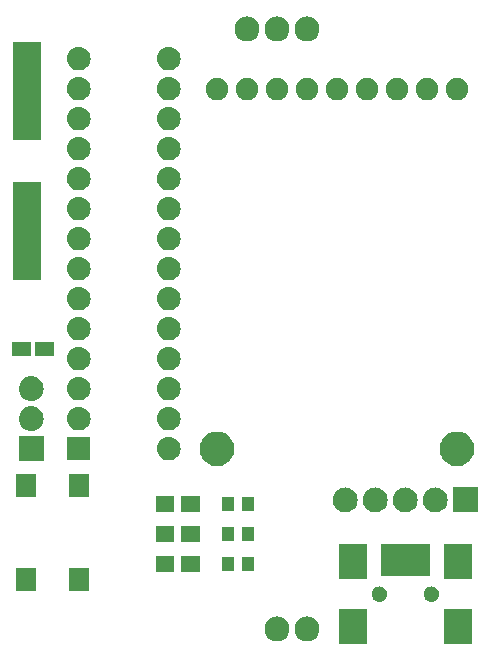
<source format=gbr>
G04 #@! TF.GenerationSoftware,KiCad,Pcbnew,(5.0.2)-1*
G04 #@! TF.CreationDate,2020-05-31T20:08:57-05:00*
G04 #@! TF.ProjectId,ClockBoard,436c6f63-6b42-46f6-9172-642e6b696361,rev?*
G04 #@! TF.SameCoordinates,Original*
G04 #@! TF.FileFunction,Soldermask,Bot*
G04 #@! TF.FilePolarity,Negative*
%FSLAX46Y46*%
G04 Gerber Fmt 4.6, Leading zero omitted, Abs format (unit mm)*
G04 Created by KiCad (PCBNEW (5.0.2)-1) date 5/31/2020 8:08:57 PM*
%MOMM*%
%LPD*%
G01*
G04 APERTURE LIST*
%ADD10C,0.100000*%
G04 APERTURE END LIST*
D10*
G36*
X163840360Y-125714100D02*
X161440360Y-125714100D01*
X161440360Y-122814100D01*
X163840360Y-122814100D01*
X163840360Y-125714100D01*
X163840360Y-125714100D01*
G37*
G36*
X154940360Y-125714100D02*
X152540360Y-125714100D01*
X152540360Y-122814100D01*
X154940360Y-122814100D01*
X154940360Y-125714100D01*
X154940360Y-125714100D01*
G37*
G36*
X147445888Y-123414470D02*
X147626274Y-123450350D01*
X147817362Y-123529502D01*
X147989336Y-123644411D01*
X148135589Y-123790664D01*
X148250498Y-123962638D01*
X148329650Y-124153726D01*
X148370000Y-124356584D01*
X148370000Y-124563416D01*
X148329650Y-124766274D01*
X148250498Y-124957362D01*
X148135589Y-125129336D01*
X147989336Y-125275589D01*
X147817362Y-125390498D01*
X147626274Y-125469650D01*
X147445888Y-125505530D01*
X147423417Y-125510000D01*
X147216583Y-125510000D01*
X147194112Y-125505530D01*
X147013726Y-125469650D01*
X146822638Y-125390498D01*
X146650664Y-125275589D01*
X146504411Y-125129336D01*
X146389502Y-124957362D01*
X146310350Y-124766274D01*
X146270000Y-124563416D01*
X146270000Y-124356584D01*
X146310350Y-124153726D01*
X146389502Y-123962638D01*
X146504411Y-123790664D01*
X146650664Y-123644411D01*
X146822638Y-123529502D01*
X147013726Y-123450350D01*
X147194112Y-123414470D01*
X147216583Y-123410000D01*
X147423417Y-123410000D01*
X147445888Y-123414470D01*
X147445888Y-123414470D01*
G37*
G36*
X149985888Y-123414470D02*
X150166274Y-123450350D01*
X150357362Y-123529502D01*
X150529336Y-123644411D01*
X150675589Y-123790664D01*
X150790498Y-123962638D01*
X150869650Y-124153726D01*
X150910000Y-124356584D01*
X150910000Y-124563416D01*
X150869650Y-124766274D01*
X150790498Y-124957362D01*
X150675589Y-125129336D01*
X150529336Y-125275589D01*
X150357362Y-125390498D01*
X150166274Y-125469650D01*
X149985888Y-125505530D01*
X149963417Y-125510000D01*
X149756583Y-125510000D01*
X149734112Y-125505530D01*
X149553726Y-125469650D01*
X149362638Y-125390498D01*
X149190664Y-125275589D01*
X149044411Y-125129336D01*
X148929502Y-124957362D01*
X148850350Y-124766274D01*
X148810000Y-124563416D01*
X148810000Y-124356584D01*
X148850350Y-124153726D01*
X148929502Y-123962638D01*
X149044411Y-123790664D01*
X149190664Y-123644411D01*
X149362638Y-123529502D01*
X149553726Y-123450350D01*
X149734112Y-123414470D01*
X149756583Y-123410000D01*
X149963417Y-123410000D01*
X149985888Y-123414470D01*
X149985888Y-123414470D01*
G37*
G36*
X156138098Y-120880753D02*
X156179958Y-120889079D01*
X156214605Y-120903430D01*
X156298250Y-120938077D01*
X156404714Y-121009214D01*
X156495246Y-121099746D01*
X156566383Y-121206210D01*
X156615381Y-121324503D01*
X156640360Y-121450079D01*
X156640360Y-121578121D01*
X156615381Y-121703697D01*
X156566383Y-121821990D01*
X156495246Y-121928454D01*
X156404714Y-122018986D01*
X156298250Y-122090123D01*
X156214605Y-122124770D01*
X156179958Y-122139121D01*
X156138098Y-122147447D01*
X156054381Y-122164100D01*
X155926339Y-122164100D01*
X155842622Y-122147447D01*
X155800762Y-122139121D01*
X155766115Y-122124770D01*
X155682470Y-122090123D01*
X155576006Y-122018986D01*
X155485474Y-121928454D01*
X155414337Y-121821990D01*
X155365339Y-121703697D01*
X155340360Y-121578121D01*
X155340360Y-121450079D01*
X155365339Y-121324503D01*
X155414337Y-121206210D01*
X155485474Y-121099746D01*
X155576006Y-121009214D01*
X155682470Y-120938077D01*
X155766115Y-120903430D01*
X155800762Y-120889079D01*
X155842622Y-120880753D01*
X155926339Y-120864100D01*
X156054381Y-120864100D01*
X156138098Y-120880753D01*
X156138098Y-120880753D01*
G37*
G36*
X160538098Y-120880753D02*
X160579958Y-120889079D01*
X160614605Y-120903430D01*
X160698250Y-120938077D01*
X160804714Y-121009214D01*
X160895246Y-121099746D01*
X160966383Y-121206210D01*
X161015381Y-121324503D01*
X161040360Y-121450079D01*
X161040360Y-121578121D01*
X161015381Y-121703697D01*
X160966383Y-121821990D01*
X160895246Y-121928454D01*
X160804714Y-122018986D01*
X160698250Y-122090123D01*
X160614605Y-122124770D01*
X160579958Y-122139121D01*
X160538098Y-122147447D01*
X160454381Y-122164100D01*
X160326339Y-122164100D01*
X160242622Y-122147447D01*
X160200762Y-122139121D01*
X160166115Y-122124770D01*
X160082470Y-122090123D01*
X159976006Y-122018986D01*
X159885474Y-121928454D01*
X159814337Y-121821990D01*
X159765339Y-121703697D01*
X159740360Y-121578121D01*
X159740360Y-121450079D01*
X159765339Y-121324503D01*
X159814337Y-121206210D01*
X159885474Y-121099746D01*
X159976006Y-121009214D01*
X160082470Y-120938077D01*
X160166115Y-120903430D01*
X160200762Y-120889079D01*
X160242622Y-120880753D01*
X160326339Y-120864100D01*
X160454381Y-120864100D01*
X160538098Y-120880753D01*
X160538098Y-120880753D01*
G37*
G36*
X126906000Y-121243800D02*
X125206000Y-121243800D01*
X125206000Y-119293800D01*
X126906000Y-119293800D01*
X126906000Y-121243800D01*
X126906000Y-121243800D01*
G37*
G36*
X131406000Y-121243800D02*
X129706000Y-121243800D01*
X129706000Y-119293800D01*
X131406000Y-119293800D01*
X131406000Y-121243800D01*
X131406000Y-121243800D01*
G37*
G36*
X163840360Y-120214100D02*
X161440360Y-120214100D01*
X161440360Y-117314100D01*
X163840360Y-117314100D01*
X163840360Y-120214100D01*
X163840360Y-120214100D01*
G37*
G36*
X154940360Y-120214100D02*
X152540360Y-120214100D01*
X152540360Y-117314100D01*
X154940360Y-117314100D01*
X154940360Y-120214100D01*
X154940360Y-120214100D01*
G37*
G36*
X160240360Y-120014100D02*
X156140360Y-120014100D01*
X156140360Y-117314100D01*
X160240360Y-117314100D01*
X160240360Y-120014100D01*
X160240360Y-120014100D01*
G37*
G36*
X140838000Y-119623600D02*
X139238000Y-119623600D01*
X139238000Y-118323600D01*
X140838000Y-118323600D01*
X140838000Y-119623600D01*
X140838000Y-119623600D01*
G37*
G36*
X138638000Y-119623600D02*
X137038000Y-119623600D01*
X137038000Y-118323600D01*
X138638000Y-118323600D01*
X138638000Y-119623600D01*
X138638000Y-119623600D01*
G37*
G36*
X145368000Y-119573600D02*
X144368000Y-119573600D01*
X144368000Y-118373600D01*
X145368000Y-118373600D01*
X145368000Y-119573600D01*
X145368000Y-119573600D01*
G37*
G36*
X143668000Y-119573600D02*
X142668000Y-119573600D01*
X142668000Y-118373600D01*
X143668000Y-118373600D01*
X143668000Y-119573600D01*
X143668000Y-119573600D01*
G37*
G36*
X140838000Y-117083600D02*
X139238000Y-117083600D01*
X139238000Y-115783600D01*
X140838000Y-115783600D01*
X140838000Y-117083600D01*
X140838000Y-117083600D01*
G37*
G36*
X138638000Y-117083600D02*
X137038000Y-117083600D01*
X137038000Y-115783600D01*
X138638000Y-115783600D01*
X138638000Y-117083600D01*
X138638000Y-117083600D01*
G37*
G36*
X145368000Y-117033600D02*
X144368000Y-117033600D01*
X144368000Y-115833600D01*
X145368000Y-115833600D01*
X145368000Y-117033600D01*
X145368000Y-117033600D01*
G37*
G36*
X143668000Y-117033600D02*
X142668000Y-117033600D01*
X142668000Y-115833600D01*
X143668000Y-115833600D01*
X143668000Y-117033600D01*
X143668000Y-117033600D01*
G37*
G36*
X155762509Y-112495596D02*
X155839638Y-112503193D01*
X155971589Y-112543220D01*
X156037565Y-112563233D01*
X156219974Y-112660733D01*
X156379856Y-112791946D01*
X156511069Y-112951828D01*
X156608569Y-113134237D01*
X156608569Y-113134238D01*
X156668609Y-113332164D01*
X156688882Y-113538000D01*
X156668609Y-113743836D01*
X156628582Y-113875787D01*
X156608569Y-113941763D01*
X156511069Y-114124172D01*
X156379856Y-114284054D01*
X156219974Y-114415267D01*
X156037565Y-114512767D01*
X155971589Y-114532780D01*
X155839638Y-114572807D01*
X155762509Y-114580404D01*
X155685382Y-114588000D01*
X155582222Y-114588000D01*
X155505095Y-114580404D01*
X155427966Y-114572807D01*
X155296015Y-114532780D01*
X155230039Y-114512767D01*
X155047630Y-114415267D01*
X154887748Y-114284054D01*
X154756535Y-114124172D01*
X154659035Y-113941763D01*
X154639022Y-113875787D01*
X154598995Y-113743836D01*
X154578722Y-113538000D01*
X154598995Y-113332164D01*
X154659035Y-113134238D01*
X154659035Y-113134237D01*
X154756535Y-112951828D01*
X154887748Y-112791946D01*
X155047630Y-112660733D01*
X155230039Y-112563233D01*
X155296015Y-112543220D01*
X155427966Y-112503193D01*
X155505095Y-112495596D01*
X155582222Y-112488000D01*
X155685382Y-112488000D01*
X155762509Y-112495596D01*
X155762509Y-112495596D01*
G37*
G36*
X158302509Y-112495596D02*
X158379638Y-112503193D01*
X158511589Y-112543220D01*
X158577565Y-112563233D01*
X158759974Y-112660733D01*
X158919856Y-112791946D01*
X159051069Y-112951828D01*
X159148569Y-113134237D01*
X159148569Y-113134238D01*
X159208609Y-113332164D01*
X159228882Y-113538000D01*
X159208609Y-113743836D01*
X159168582Y-113875787D01*
X159148569Y-113941763D01*
X159051069Y-114124172D01*
X158919856Y-114284054D01*
X158759974Y-114415267D01*
X158577565Y-114512767D01*
X158511589Y-114532780D01*
X158379638Y-114572807D01*
X158302509Y-114580404D01*
X158225382Y-114588000D01*
X158122222Y-114588000D01*
X158045095Y-114580404D01*
X157967966Y-114572807D01*
X157836015Y-114532780D01*
X157770039Y-114512767D01*
X157587630Y-114415267D01*
X157427748Y-114284054D01*
X157296535Y-114124172D01*
X157199035Y-113941763D01*
X157179022Y-113875787D01*
X157138995Y-113743836D01*
X157118722Y-113538000D01*
X157138995Y-113332164D01*
X157199035Y-113134238D01*
X157199035Y-113134237D01*
X157296535Y-112951828D01*
X157427748Y-112791946D01*
X157587630Y-112660733D01*
X157770039Y-112563233D01*
X157836015Y-112543220D01*
X157967966Y-112503193D01*
X158045095Y-112495596D01*
X158122222Y-112488000D01*
X158225382Y-112488000D01*
X158302509Y-112495596D01*
X158302509Y-112495596D01*
G37*
G36*
X160842509Y-112495596D02*
X160919638Y-112503193D01*
X161051589Y-112543220D01*
X161117565Y-112563233D01*
X161299974Y-112660733D01*
X161459856Y-112791946D01*
X161591069Y-112951828D01*
X161688569Y-113134237D01*
X161688569Y-113134238D01*
X161748609Y-113332164D01*
X161768882Y-113538000D01*
X161748609Y-113743836D01*
X161708582Y-113875787D01*
X161688569Y-113941763D01*
X161591069Y-114124172D01*
X161459856Y-114284054D01*
X161299974Y-114415267D01*
X161117565Y-114512767D01*
X161051589Y-114532780D01*
X160919638Y-114572807D01*
X160842509Y-114580404D01*
X160765382Y-114588000D01*
X160662222Y-114588000D01*
X160585095Y-114580404D01*
X160507966Y-114572807D01*
X160376015Y-114532780D01*
X160310039Y-114512767D01*
X160127630Y-114415267D01*
X159967748Y-114284054D01*
X159836535Y-114124172D01*
X159739035Y-113941763D01*
X159719022Y-113875787D01*
X159678995Y-113743836D01*
X159658722Y-113538000D01*
X159678995Y-113332164D01*
X159739035Y-113134238D01*
X159739035Y-113134237D01*
X159836535Y-112951828D01*
X159967748Y-112791946D01*
X160127630Y-112660733D01*
X160310039Y-112563233D01*
X160376015Y-112543220D01*
X160507966Y-112503193D01*
X160585095Y-112495596D01*
X160662222Y-112488000D01*
X160765382Y-112488000D01*
X160842509Y-112495596D01*
X160842509Y-112495596D01*
G37*
G36*
X153222509Y-112495596D02*
X153299638Y-112503193D01*
X153431589Y-112543220D01*
X153497565Y-112563233D01*
X153679974Y-112660733D01*
X153839856Y-112791946D01*
X153971069Y-112951828D01*
X154068569Y-113134237D01*
X154068569Y-113134238D01*
X154128609Y-113332164D01*
X154148882Y-113538000D01*
X154128609Y-113743836D01*
X154088582Y-113875787D01*
X154068569Y-113941763D01*
X153971069Y-114124172D01*
X153839856Y-114284054D01*
X153679974Y-114415267D01*
X153497565Y-114512767D01*
X153431589Y-114532780D01*
X153299638Y-114572807D01*
X153222509Y-114580404D01*
X153145382Y-114588000D01*
X153042222Y-114588000D01*
X152965095Y-114580404D01*
X152887966Y-114572807D01*
X152756015Y-114532780D01*
X152690039Y-114512767D01*
X152507630Y-114415267D01*
X152347748Y-114284054D01*
X152216535Y-114124172D01*
X152119035Y-113941763D01*
X152099022Y-113875787D01*
X152058995Y-113743836D01*
X152038722Y-113538000D01*
X152058995Y-113332164D01*
X152119035Y-113134238D01*
X152119035Y-113134237D01*
X152216535Y-112951828D01*
X152347748Y-112791946D01*
X152507630Y-112660733D01*
X152690039Y-112563233D01*
X152756015Y-112543220D01*
X152887966Y-112503193D01*
X152965095Y-112495596D01*
X153042222Y-112488000D01*
X153145382Y-112488000D01*
X153222509Y-112495596D01*
X153222509Y-112495596D01*
G37*
G36*
X164303802Y-114588000D02*
X162203802Y-114588000D01*
X162203802Y-112488000D01*
X164303802Y-112488000D01*
X164303802Y-114588000D01*
X164303802Y-114588000D01*
G37*
G36*
X138638000Y-114543600D02*
X137038000Y-114543600D01*
X137038000Y-113243600D01*
X138638000Y-113243600D01*
X138638000Y-114543600D01*
X138638000Y-114543600D01*
G37*
G36*
X140838000Y-114543600D02*
X139238000Y-114543600D01*
X139238000Y-113243600D01*
X140838000Y-113243600D01*
X140838000Y-114543600D01*
X140838000Y-114543600D01*
G37*
G36*
X145368000Y-114493600D02*
X144368000Y-114493600D01*
X144368000Y-113293600D01*
X145368000Y-113293600D01*
X145368000Y-114493600D01*
X145368000Y-114493600D01*
G37*
G36*
X143668000Y-114493600D02*
X142668000Y-114493600D01*
X142668000Y-113293600D01*
X143668000Y-113293600D01*
X143668000Y-114493600D01*
X143668000Y-114493600D01*
G37*
G36*
X131406000Y-113293800D02*
X129706000Y-113293800D01*
X129706000Y-111343800D01*
X131406000Y-111343800D01*
X131406000Y-113293800D01*
X131406000Y-113293800D01*
G37*
G36*
X126906000Y-113293800D02*
X125206000Y-113293800D01*
X125206000Y-111343800D01*
X126906000Y-111343800D01*
X126906000Y-113293800D01*
X126906000Y-113293800D01*
G37*
G36*
X162988781Y-107806490D02*
X163256307Y-107917303D01*
X163497074Y-108078178D01*
X163701822Y-108282926D01*
X163862697Y-108523693D01*
X163973510Y-108791219D01*
X164030000Y-109075216D01*
X164030000Y-109364784D01*
X163973510Y-109648781D01*
X163862697Y-109916307D01*
X163701822Y-110157074D01*
X163497074Y-110361822D01*
X163256307Y-110522697D01*
X162988781Y-110633510D01*
X162704784Y-110690000D01*
X162415216Y-110690000D01*
X162131219Y-110633510D01*
X161863693Y-110522697D01*
X161622926Y-110361822D01*
X161418178Y-110157074D01*
X161257303Y-109916307D01*
X161146490Y-109648781D01*
X161090000Y-109364784D01*
X161090000Y-109075216D01*
X161146490Y-108791219D01*
X161257303Y-108523693D01*
X161418178Y-108282926D01*
X161622926Y-108078178D01*
X161863693Y-107917303D01*
X162131219Y-107806490D01*
X162415216Y-107750000D01*
X162704784Y-107750000D01*
X162988781Y-107806490D01*
X162988781Y-107806490D01*
G37*
G36*
X142668781Y-107806490D02*
X142936307Y-107917303D01*
X143177074Y-108078178D01*
X143381822Y-108282926D01*
X143542697Y-108523693D01*
X143653510Y-108791219D01*
X143710000Y-109075216D01*
X143710000Y-109364784D01*
X143653510Y-109648781D01*
X143542697Y-109916307D01*
X143381822Y-110157074D01*
X143177074Y-110361822D01*
X142936307Y-110522697D01*
X142668781Y-110633510D01*
X142384784Y-110690000D01*
X142095216Y-110690000D01*
X141811219Y-110633510D01*
X141543693Y-110522697D01*
X141302926Y-110361822D01*
X141098178Y-110157074D01*
X140937303Y-109916307D01*
X140826490Y-109648781D01*
X140770000Y-109364784D01*
X140770000Y-109075216D01*
X140826490Y-108791219D01*
X140937303Y-108523693D01*
X141098178Y-108282926D01*
X141302926Y-108078178D01*
X141543693Y-107917303D01*
X141811219Y-107806490D01*
X142095216Y-107750000D01*
X142384784Y-107750000D01*
X142668781Y-107806490D01*
X142668781Y-107806490D01*
G37*
G36*
X127567400Y-110244600D02*
X125467400Y-110244600D01*
X125467400Y-108144600D01*
X127567400Y-108144600D01*
X127567400Y-110244600D01*
X127567400Y-110244600D01*
G37*
G36*
X138346630Y-108209069D02*
X138346633Y-108209070D01*
X138346634Y-108209070D01*
X138535135Y-108266251D01*
X138535137Y-108266252D01*
X138708860Y-108359109D01*
X138861128Y-108484072D01*
X138986091Y-108636340D01*
X139078948Y-108810063D01*
X139136131Y-108998570D01*
X139155438Y-109194600D01*
X139136131Y-109390630D01*
X139078948Y-109579137D01*
X138986091Y-109752860D01*
X138861128Y-109905128D01*
X138708860Y-110030091D01*
X138708858Y-110030092D01*
X138535135Y-110122949D01*
X138346634Y-110180130D01*
X138346633Y-110180130D01*
X138346630Y-110180131D01*
X138199724Y-110194600D01*
X138101476Y-110194600D01*
X137954570Y-110180131D01*
X137954567Y-110180130D01*
X137954566Y-110180130D01*
X137766065Y-110122949D01*
X137592342Y-110030092D01*
X137592340Y-110030091D01*
X137440072Y-109905128D01*
X137315109Y-109752860D01*
X137222252Y-109579137D01*
X137165069Y-109390630D01*
X137145762Y-109194600D01*
X137165069Y-108998570D01*
X137222252Y-108810063D01*
X137315109Y-108636340D01*
X137440072Y-108484072D01*
X137592340Y-108359109D01*
X137766063Y-108266252D01*
X137766065Y-108266251D01*
X137954566Y-108209070D01*
X137954567Y-108209070D01*
X137954570Y-108209069D01*
X138101476Y-108194600D01*
X138199724Y-108194600D01*
X138346630Y-108209069D01*
X138346630Y-108209069D01*
G37*
G36*
X131530600Y-110194600D02*
X129530600Y-110194600D01*
X129530600Y-108194600D01*
X131530600Y-108194600D01*
X131530600Y-110194600D01*
X131530600Y-110194600D01*
G37*
G36*
X126646107Y-105612196D02*
X126723236Y-105619793D01*
X126855187Y-105659820D01*
X126921163Y-105679833D01*
X127103572Y-105777333D01*
X127263454Y-105908546D01*
X127394667Y-106068428D01*
X127492167Y-106250837D01*
X127512180Y-106316813D01*
X127552207Y-106448764D01*
X127572480Y-106654600D01*
X127552207Y-106860436D01*
X127512180Y-106992387D01*
X127492167Y-107058363D01*
X127394667Y-107240772D01*
X127263454Y-107400654D01*
X127103572Y-107531867D01*
X126921163Y-107629367D01*
X126885681Y-107640130D01*
X126723236Y-107689407D01*
X126646107Y-107697004D01*
X126568980Y-107704600D01*
X126465820Y-107704600D01*
X126388693Y-107697004D01*
X126311564Y-107689407D01*
X126149119Y-107640130D01*
X126113637Y-107629367D01*
X125931228Y-107531867D01*
X125771346Y-107400654D01*
X125640133Y-107240772D01*
X125542633Y-107058363D01*
X125522620Y-106992387D01*
X125482593Y-106860436D01*
X125462320Y-106654600D01*
X125482593Y-106448764D01*
X125522620Y-106316813D01*
X125542633Y-106250837D01*
X125640133Y-106068428D01*
X125771346Y-105908546D01*
X125931228Y-105777333D01*
X126113637Y-105679833D01*
X126179613Y-105659820D01*
X126311564Y-105619793D01*
X126388693Y-105612196D01*
X126465820Y-105604600D01*
X126568980Y-105604600D01*
X126646107Y-105612196D01*
X126646107Y-105612196D01*
G37*
G36*
X130726630Y-105669069D02*
X130726633Y-105669070D01*
X130726634Y-105669070D01*
X130915135Y-105726251D01*
X130915137Y-105726252D01*
X131088860Y-105819109D01*
X131241128Y-105944072D01*
X131366091Y-106096340D01*
X131366092Y-106096342D01*
X131458949Y-106270065D01*
X131513157Y-106448766D01*
X131516131Y-106458570D01*
X131535438Y-106654600D01*
X131516131Y-106850630D01*
X131516130Y-106850633D01*
X131516130Y-106850634D01*
X131513157Y-106860436D01*
X131458948Y-107039137D01*
X131366091Y-107212860D01*
X131241128Y-107365128D01*
X131088860Y-107490091D01*
X131088858Y-107490092D01*
X130915135Y-107582949D01*
X130726634Y-107640130D01*
X130726633Y-107640130D01*
X130726630Y-107640131D01*
X130579724Y-107654600D01*
X130481476Y-107654600D01*
X130334570Y-107640131D01*
X130334567Y-107640130D01*
X130334566Y-107640130D01*
X130146065Y-107582949D01*
X129972342Y-107490092D01*
X129972340Y-107490091D01*
X129820072Y-107365128D01*
X129695109Y-107212860D01*
X129602252Y-107039137D01*
X129548044Y-106860436D01*
X129545070Y-106850634D01*
X129545070Y-106850633D01*
X129545069Y-106850630D01*
X129525762Y-106654600D01*
X129545069Y-106458570D01*
X129548043Y-106448766D01*
X129602251Y-106270065D01*
X129695108Y-106096342D01*
X129695109Y-106096340D01*
X129820072Y-105944072D01*
X129972340Y-105819109D01*
X130146063Y-105726252D01*
X130146065Y-105726251D01*
X130334566Y-105669070D01*
X130334567Y-105669070D01*
X130334570Y-105669069D01*
X130481476Y-105654600D01*
X130579724Y-105654600D01*
X130726630Y-105669069D01*
X130726630Y-105669069D01*
G37*
G36*
X138346630Y-105669069D02*
X138346633Y-105669070D01*
X138346634Y-105669070D01*
X138535135Y-105726251D01*
X138535137Y-105726252D01*
X138708860Y-105819109D01*
X138861128Y-105944072D01*
X138986091Y-106096340D01*
X138986092Y-106096342D01*
X139078949Y-106270065D01*
X139133157Y-106448766D01*
X139136131Y-106458570D01*
X139155438Y-106654600D01*
X139136131Y-106850630D01*
X139136130Y-106850633D01*
X139136130Y-106850634D01*
X139133157Y-106860436D01*
X139078948Y-107039137D01*
X138986091Y-107212860D01*
X138861128Y-107365128D01*
X138708860Y-107490091D01*
X138708858Y-107490092D01*
X138535135Y-107582949D01*
X138346634Y-107640130D01*
X138346633Y-107640130D01*
X138346630Y-107640131D01*
X138199724Y-107654600D01*
X138101476Y-107654600D01*
X137954570Y-107640131D01*
X137954567Y-107640130D01*
X137954566Y-107640130D01*
X137766065Y-107582949D01*
X137592342Y-107490092D01*
X137592340Y-107490091D01*
X137440072Y-107365128D01*
X137315109Y-107212860D01*
X137222252Y-107039137D01*
X137168044Y-106860436D01*
X137165070Y-106850634D01*
X137165070Y-106850633D01*
X137165069Y-106850630D01*
X137145762Y-106654600D01*
X137165069Y-106458570D01*
X137168043Y-106448766D01*
X137222251Y-106270065D01*
X137315108Y-106096342D01*
X137315109Y-106096340D01*
X137440072Y-105944072D01*
X137592340Y-105819109D01*
X137766063Y-105726252D01*
X137766065Y-105726251D01*
X137954566Y-105669070D01*
X137954567Y-105669070D01*
X137954570Y-105669069D01*
X138101476Y-105654600D01*
X138199724Y-105654600D01*
X138346630Y-105669069D01*
X138346630Y-105669069D01*
G37*
G36*
X126646107Y-103072196D02*
X126723236Y-103079793D01*
X126855187Y-103119820D01*
X126921163Y-103139833D01*
X127103572Y-103237333D01*
X127263454Y-103368546D01*
X127394667Y-103528428D01*
X127492167Y-103710837D01*
X127512180Y-103776813D01*
X127552207Y-103908764D01*
X127572480Y-104114600D01*
X127552207Y-104320436D01*
X127512180Y-104452387D01*
X127492167Y-104518363D01*
X127394667Y-104700772D01*
X127263454Y-104860654D01*
X127103572Y-104991867D01*
X126921163Y-105089367D01*
X126885681Y-105100130D01*
X126723236Y-105149407D01*
X126646107Y-105157004D01*
X126568980Y-105164600D01*
X126465820Y-105164600D01*
X126388693Y-105157004D01*
X126311564Y-105149407D01*
X126149119Y-105100130D01*
X126113637Y-105089367D01*
X125931228Y-104991867D01*
X125771346Y-104860654D01*
X125640133Y-104700772D01*
X125542633Y-104518363D01*
X125522620Y-104452387D01*
X125482593Y-104320436D01*
X125462320Y-104114600D01*
X125482593Y-103908764D01*
X125522620Y-103776813D01*
X125542633Y-103710837D01*
X125640133Y-103528428D01*
X125771346Y-103368546D01*
X125931228Y-103237333D01*
X126113637Y-103139833D01*
X126179613Y-103119820D01*
X126311564Y-103079793D01*
X126388693Y-103072196D01*
X126465820Y-103064600D01*
X126568980Y-103064600D01*
X126646107Y-103072196D01*
X126646107Y-103072196D01*
G37*
G36*
X138346630Y-103129069D02*
X138346633Y-103129070D01*
X138346634Y-103129070D01*
X138535135Y-103186251D01*
X138535137Y-103186252D01*
X138708860Y-103279109D01*
X138861128Y-103404072D01*
X138986091Y-103556340D01*
X138986092Y-103556342D01*
X139078949Y-103730065D01*
X139133157Y-103908766D01*
X139136131Y-103918570D01*
X139155438Y-104114600D01*
X139136131Y-104310630D01*
X139136130Y-104310633D01*
X139136130Y-104310634D01*
X139133157Y-104320436D01*
X139078948Y-104499137D01*
X138986091Y-104672860D01*
X138861128Y-104825128D01*
X138708860Y-104950091D01*
X138708858Y-104950092D01*
X138535135Y-105042949D01*
X138346634Y-105100130D01*
X138346633Y-105100130D01*
X138346630Y-105100131D01*
X138199724Y-105114600D01*
X138101476Y-105114600D01*
X137954570Y-105100131D01*
X137954567Y-105100130D01*
X137954566Y-105100130D01*
X137766065Y-105042949D01*
X137592342Y-104950092D01*
X137592340Y-104950091D01*
X137440072Y-104825128D01*
X137315109Y-104672860D01*
X137222252Y-104499137D01*
X137168044Y-104320436D01*
X137165070Y-104310634D01*
X137165070Y-104310633D01*
X137165069Y-104310630D01*
X137145762Y-104114600D01*
X137165069Y-103918570D01*
X137168043Y-103908766D01*
X137222251Y-103730065D01*
X137315108Y-103556342D01*
X137315109Y-103556340D01*
X137440072Y-103404072D01*
X137592340Y-103279109D01*
X137766063Y-103186252D01*
X137766065Y-103186251D01*
X137954566Y-103129070D01*
X137954567Y-103129070D01*
X137954570Y-103129069D01*
X138101476Y-103114600D01*
X138199724Y-103114600D01*
X138346630Y-103129069D01*
X138346630Y-103129069D01*
G37*
G36*
X130726630Y-103129069D02*
X130726633Y-103129070D01*
X130726634Y-103129070D01*
X130915135Y-103186251D01*
X130915137Y-103186252D01*
X131088860Y-103279109D01*
X131241128Y-103404072D01*
X131366091Y-103556340D01*
X131366092Y-103556342D01*
X131458949Y-103730065D01*
X131513157Y-103908766D01*
X131516131Y-103918570D01*
X131535438Y-104114600D01*
X131516131Y-104310630D01*
X131516130Y-104310633D01*
X131516130Y-104310634D01*
X131513157Y-104320436D01*
X131458948Y-104499137D01*
X131366091Y-104672860D01*
X131241128Y-104825128D01*
X131088860Y-104950091D01*
X131088858Y-104950092D01*
X130915135Y-105042949D01*
X130726634Y-105100130D01*
X130726633Y-105100130D01*
X130726630Y-105100131D01*
X130579724Y-105114600D01*
X130481476Y-105114600D01*
X130334570Y-105100131D01*
X130334567Y-105100130D01*
X130334566Y-105100130D01*
X130146065Y-105042949D01*
X129972342Y-104950092D01*
X129972340Y-104950091D01*
X129820072Y-104825128D01*
X129695109Y-104672860D01*
X129602252Y-104499137D01*
X129548044Y-104320436D01*
X129545070Y-104310634D01*
X129545070Y-104310633D01*
X129545069Y-104310630D01*
X129525762Y-104114600D01*
X129545069Y-103918570D01*
X129548043Y-103908766D01*
X129602251Y-103730065D01*
X129695108Y-103556342D01*
X129695109Y-103556340D01*
X129820072Y-103404072D01*
X129972340Y-103279109D01*
X130146063Y-103186252D01*
X130146065Y-103186251D01*
X130334566Y-103129070D01*
X130334567Y-103129070D01*
X130334570Y-103129069D01*
X130481476Y-103114600D01*
X130579724Y-103114600D01*
X130726630Y-103129069D01*
X130726630Y-103129069D01*
G37*
G36*
X130726630Y-100589069D02*
X130726633Y-100589070D01*
X130726634Y-100589070D01*
X130915135Y-100646251D01*
X130915137Y-100646252D01*
X131088860Y-100739109D01*
X131241128Y-100864072D01*
X131366091Y-101016340D01*
X131458948Y-101190063D01*
X131516131Y-101378570D01*
X131535438Y-101574600D01*
X131516131Y-101770630D01*
X131458948Y-101959137D01*
X131366091Y-102132860D01*
X131241128Y-102285128D01*
X131088860Y-102410091D01*
X131088858Y-102410092D01*
X130915135Y-102502949D01*
X130726634Y-102560130D01*
X130726633Y-102560130D01*
X130726630Y-102560131D01*
X130579724Y-102574600D01*
X130481476Y-102574600D01*
X130334570Y-102560131D01*
X130334567Y-102560130D01*
X130334566Y-102560130D01*
X130146065Y-102502949D01*
X129972342Y-102410092D01*
X129972340Y-102410091D01*
X129820072Y-102285128D01*
X129695109Y-102132860D01*
X129602252Y-101959137D01*
X129545069Y-101770630D01*
X129525762Y-101574600D01*
X129545069Y-101378570D01*
X129602252Y-101190063D01*
X129695109Y-101016340D01*
X129820072Y-100864072D01*
X129972340Y-100739109D01*
X130146063Y-100646252D01*
X130146065Y-100646251D01*
X130334566Y-100589070D01*
X130334567Y-100589070D01*
X130334570Y-100589069D01*
X130481476Y-100574600D01*
X130579724Y-100574600D01*
X130726630Y-100589069D01*
X130726630Y-100589069D01*
G37*
G36*
X138346630Y-100589069D02*
X138346633Y-100589070D01*
X138346634Y-100589070D01*
X138535135Y-100646251D01*
X138535137Y-100646252D01*
X138708860Y-100739109D01*
X138861128Y-100864072D01*
X138986091Y-101016340D01*
X139078948Y-101190063D01*
X139136131Y-101378570D01*
X139155438Y-101574600D01*
X139136131Y-101770630D01*
X139078948Y-101959137D01*
X138986091Y-102132860D01*
X138861128Y-102285128D01*
X138708860Y-102410091D01*
X138708858Y-102410092D01*
X138535135Y-102502949D01*
X138346634Y-102560130D01*
X138346633Y-102560130D01*
X138346630Y-102560131D01*
X138199724Y-102574600D01*
X138101476Y-102574600D01*
X137954570Y-102560131D01*
X137954567Y-102560130D01*
X137954566Y-102560130D01*
X137766065Y-102502949D01*
X137592342Y-102410092D01*
X137592340Y-102410091D01*
X137440072Y-102285128D01*
X137315109Y-102132860D01*
X137222252Y-101959137D01*
X137165069Y-101770630D01*
X137145762Y-101574600D01*
X137165069Y-101378570D01*
X137222252Y-101190063D01*
X137315109Y-101016340D01*
X137440072Y-100864072D01*
X137592340Y-100739109D01*
X137766063Y-100646252D01*
X137766065Y-100646251D01*
X137954566Y-100589070D01*
X137954567Y-100589070D01*
X137954570Y-100589069D01*
X138101476Y-100574600D01*
X138199724Y-100574600D01*
X138346630Y-100589069D01*
X138346630Y-100589069D01*
G37*
G36*
X128409600Y-101362200D02*
X126809600Y-101362200D01*
X126809600Y-100212200D01*
X128409600Y-100212200D01*
X128409600Y-101362200D01*
X128409600Y-101362200D01*
G37*
G36*
X126509600Y-101362200D02*
X124909600Y-101362200D01*
X124909600Y-100212200D01*
X126509600Y-100212200D01*
X126509600Y-101362200D01*
X126509600Y-101362200D01*
G37*
G36*
X138346630Y-98049069D02*
X138346633Y-98049070D01*
X138346634Y-98049070D01*
X138535135Y-98106251D01*
X138535137Y-98106252D01*
X138708860Y-98199109D01*
X138861128Y-98324072D01*
X138986091Y-98476340D01*
X139078948Y-98650063D01*
X139136131Y-98838570D01*
X139155438Y-99034600D01*
X139136131Y-99230630D01*
X139078948Y-99419137D01*
X138986091Y-99592860D01*
X138861128Y-99745128D01*
X138708860Y-99870091D01*
X138708858Y-99870092D01*
X138535135Y-99962949D01*
X138346634Y-100020130D01*
X138346633Y-100020130D01*
X138346630Y-100020131D01*
X138199724Y-100034600D01*
X138101476Y-100034600D01*
X137954570Y-100020131D01*
X137954567Y-100020130D01*
X137954566Y-100020130D01*
X137766065Y-99962949D01*
X137592342Y-99870092D01*
X137592340Y-99870091D01*
X137440072Y-99745128D01*
X137315109Y-99592860D01*
X137222252Y-99419137D01*
X137165069Y-99230630D01*
X137145762Y-99034600D01*
X137165069Y-98838570D01*
X137222252Y-98650063D01*
X137315109Y-98476340D01*
X137440072Y-98324072D01*
X137592340Y-98199109D01*
X137766063Y-98106252D01*
X137766065Y-98106251D01*
X137954566Y-98049070D01*
X137954567Y-98049070D01*
X137954570Y-98049069D01*
X138101476Y-98034600D01*
X138199724Y-98034600D01*
X138346630Y-98049069D01*
X138346630Y-98049069D01*
G37*
G36*
X130726630Y-98049069D02*
X130726633Y-98049070D01*
X130726634Y-98049070D01*
X130915135Y-98106251D01*
X130915137Y-98106252D01*
X131088860Y-98199109D01*
X131241128Y-98324072D01*
X131366091Y-98476340D01*
X131458948Y-98650063D01*
X131516131Y-98838570D01*
X131535438Y-99034600D01*
X131516131Y-99230630D01*
X131458948Y-99419137D01*
X131366091Y-99592860D01*
X131241128Y-99745128D01*
X131088860Y-99870091D01*
X131088858Y-99870092D01*
X130915135Y-99962949D01*
X130726634Y-100020130D01*
X130726633Y-100020130D01*
X130726630Y-100020131D01*
X130579724Y-100034600D01*
X130481476Y-100034600D01*
X130334570Y-100020131D01*
X130334567Y-100020130D01*
X130334566Y-100020130D01*
X130146065Y-99962949D01*
X129972342Y-99870092D01*
X129972340Y-99870091D01*
X129820072Y-99745128D01*
X129695109Y-99592860D01*
X129602252Y-99419137D01*
X129545069Y-99230630D01*
X129525762Y-99034600D01*
X129545069Y-98838570D01*
X129602252Y-98650063D01*
X129695109Y-98476340D01*
X129820072Y-98324072D01*
X129972340Y-98199109D01*
X130146063Y-98106252D01*
X130146065Y-98106251D01*
X130334566Y-98049070D01*
X130334567Y-98049070D01*
X130334570Y-98049069D01*
X130481476Y-98034600D01*
X130579724Y-98034600D01*
X130726630Y-98049069D01*
X130726630Y-98049069D01*
G37*
G36*
X138346630Y-95509069D02*
X138346633Y-95509070D01*
X138346634Y-95509070D01*
X138535135Y-95566251D01*
X138535137Y-95566252D01*
X138708860Y-95659109D01*
X138861128Y-95784072D01*
X138986091Y-95936340D01*
X139078948Y-96110063D01*
X139136131Y-96298570D01*
X139155438Y-96494600D01*
X139136131Y-96690630D01*
X139078948Y-96879137D01*
X138986091Y-97052860D01*
X138861128Y-97205128D01*
X138708860Y-97330091D01*
X138708858Y-97330092D01*
X138535135Y-97422949D01*
X138346634Y-97480130D01*
X138346633Y-97480130D01*
X138346630Y-97480131D01*
X138199724Y-97494600D01*
X138101476Y-97494600D01*
X137954570Y-97480131D01*
X137954567Y-97480130D01*
X137954566Y-97480130D01*
X137766065Y-97422949D01*
X137592342Y-97330092D01*
X137592340Y-97330091D01*
X137440072Y-97205128D01*
X137315109Y-97052860D01*
X137222252Y-96879137D01*
X137165069Y-96690630D01*
X137145762Y-96494600D01*
X137165069Y-96298570D01*
X137222252Y-96110063D01*
X137315109Y-95936340D01*
X137440072Y-95784072D01*
X137592340Y-95659109D01*
X137766063Y-95566252D01*
X137766065Y-95566251D01*
X137954566Y-95509070D01*
X137954567Y-95509070D01*
X137954570Y-95509069D01*
X138101476Y-95494600D01*
X138199724Y-95494600D01*
X138346630Y-95509069D01*
X138346630Y-95509069D01*
G37*
G36*
X130726630Y-95509069D02*
X130726633Y-95509070D01*
X130726634Y-95509070D01*
X130915135Y-95566251D01*
X130915137Y-95566252D01*
X131088860Y-95659109D01*
X131241128Y-95784072D01*
X131366091Y-95936340D01*
X131458948Y-96110063D01*
X131516131Y-96298570D01*
X131535438Y-96494600D01*
X131516131Y-96690630D01*
X131458948Y-96879137D01*
X131366091Y-97052860D01*
X131241128Y-97205128D01*
X131088860Y-97330091D01*
X131088858Y-97330092D01*
X130915135Y-97422949D01*
X130726634Y-97480130D01*
X130726633Y-97480130D01*
X130726630Y-97480131D01*
X130579724Y-97494600D01*
X130481476Y-97494600D01*
X130334570Y-97480131D01*
X130334567Y-97480130D01*
X130334566Y-97480130D01*
X130146065Y-97422949D01*
X129972342Y-97330092D01*
X129972340Y-97330091D01*
X129820072Y-97205128D01*
X129695109Y-97052860D01*
X129602252Y-96879137D01*
X129545069Y-96690630D01*
X129525762Y-96494600D01*
X129545069Y-96298570D01*
X129602252Y-96110063D01*
X129695109Y-95936340D01*
X129820072Y-95784072D01*
X129972340Y-95659109D01*
X130146063Y-95566252D01*
X130146065Y-95566251D01*
X130334566Y-95509070D01*
X130334567Y-95509070D01*
X130334570Y-95509069D01*
X130481476Y-95494600D01*
X130579724Y-95494600D01*
X130726630Y-95509069D01*
X130726630Y-95509069D01*
G37*
G36*
X130726630Y-92969069D02*
X130726633Y-92969070D01*
X130726634Y-92969070D01*
X130915135Y-93026251D01*
X130915137Y-93026252D01*
X131088860Y-93119109D01*
X131241128Y-93244072D01*
X131366091Y-93396340D01*
X131458948Y-93570063D01*
X131516131Y-93758570D01*
X131535438Y-93954600D01*
X131516131Y-94150630D01*
X131458948Y-94339137D01*
X131366091Y-94512860D01*
X131241128Y-94665128D01*
X131088860Y-94790091D01*
X131088858Y-94790092D01*
X130915135Y-94882949D01*
X130726634Y-94940130D01*
X130726633Y-94940130D01*
X130726630Y-94940131D01*
X130579724Y-94954600D01*
X130481476Y-94954600D01*
X130334570Y-94940131D01*
X130334567Y-94940130D01*
X130334566Y-94940130D01*
X130146065Y-94882949D01*
X129972342Y-94790092D01*
X129972340Y-94790091D01*
X129820072Y-94665128D01*
X129695109Y-94512860D01*
X129602252Y-94339137D01*
X129545069Y-94150630D01*
X129525762Y-93954600D01*
X129545069Y-93758570D01*
X129602252Y-93570063D01*
X129695109Y-93396340D01*
X129820072Y-93244072D01*
X129972340Y-93119109D01*
X130146063Y-93026252D01*
X130146065Y-93026251D01*
X130334566Y-92969070D01*
X130334567Y-92969070D01*
X130334570Y-92969069D01*
X130481476Y-92954600D01*
X130579724Y-92954600D01*
X130726630Y-92969069D01*
X130726630Y-92969069D01*
G37*
G36*
X138346630Y-92969069D02*
X138346633Y-92969070D01*
X138346634Y-92969070D01*
X138535135Y-93026251D01*
X138535137Y-93026252D01*
X138708860Y-93119109D01*
X138861128Y-93244072D01*
X138986091Y-93396340D01*
X139078948Y-93570063D01*
X139136131Y-93758570D01*
X139155438Y-93954600D01*
X139136131Y-94150630D01*
X139078948Y-94339137D01*
X138986091Y-94512860D01*
X138861128Y-94665128D01*
X138708860Y-94790091D01*
X138708858Y-94790092D01*
X138535135Y-94882949D01*
X138346634Y-94940130D01*
X138346633Y-94940130D01*
X138346630Y-94940131D01*
X138199724Y-94954600D01*
X138101476Y-94954600D01*
X137954570Y-94940131D01*
X137954567Y-94940130D01*
X137954566Y-94940130D01*
X137766065Y-94882949D01*
X137592342Y-94790092D01*
X137592340Y-94790091D01*
X137440072Y-94665128D01*
X137315109Y-94512860D01*
X137222252Y-94339137D01*
X137165069Y-94150630D01*
X137145762Y-93954600D01*
X137165069Y-93758570D01*
X137222252Y-93570063D01*
X137315109Y-93396340D01*
X137440072Y-93244072D01*
X137592340Y-93119109D01*
X137766063Y-93026252D01*
X137766065Y-93026251D01*
X137954566Y-92969070D01*
X137954567Y-92969070D01*
X137954570Y-92969069D01*
X138101476Y-92954600D01*
X138199724Y-92954600D01*
X138346630Y-92969069D01*
X138346630Y-92969069D01*
G37*
G36*
X127336400Y-94911000D02*
X124936400Y-94911000D01*
X124936400Y-86636000D01*
X127336400Y-86636000D01*
X127336400Y-94911000D01*
X127336400Y-94911000D01*
G37*
G36*
X130726630Y-90429069D02*
X130726633Y-90429070D01*
X130726634Y-90429070D01*
X130915135Y-90486251D01*
X130915137Y-90486252D01*
X131088860Y-90579109D01*
X131241128Y-90704072D01*
X131366091Y-90856340D01*
X131458948Y-91030063D01*
X131516131Y-91218570D01*
X131535438Y-91414600D01*
X131516131Y-91610630D01*
X131458948Y-91799137D01*
X131366091Y-91972860D01*
X131241128Y-92125128D01*
X131088860Y-92250091D01*
X131088858Y-92250092D01*
X130915135Y-92342949D01*
X130726634Y-92400130D01*
X130726633Y-92400130D01*
X130726630Y-92400131D01*
X130579724Y-92414600D01*
X130481476Y-92414600D01*
X130334570Y-92400131D01*
X130334567Y-92400130D01*
X130334566Y-92400130D01*
X130146065Y-92342949D01*
X129972342Y-92250092D01*
X129972340Y-92250091D01*
X129820072Y-92125128D01*
X129695109Y-91972860D01*
X129602252Y-91799137D01*
X129545069Y-91610630D01*
X129525762Y-91414600D01*
X129545069Y-91218570D01*
X129602252Y-91030063D01*
X129695109Y-90856340D01*
X129820072Y-90704072D01*
X129972340Y-90579109D01*
X130146063Y-90486252D01*
X130146065Y-90486251D01*
X130334566Y-90429070D01*
X130334567Y-90429070D01*
X130334570Y-90429069D01*
X130481476Y-90414600D01*
X130579724Y-90414600D01*
X130726630Y-90429069D01*
X130726630Y-90429069D01*
G37*
G36*
X138346630Y-90429069D02*
X138346633Y-90429070D01*
X138346634Y-90429070D01*
X138535135Y-90486251D01*
X138535137Y-90486252D01*
X138708860Y-90579109D01*
X138861128Y-90704072D01*
X138986091Y-90856340D01*
X139078948Y-91030063D01*
X139136131Y-91218570D01*
X139155438Y-91414600D01*
X139136131Y-91610630D01*
X139078948Y-91799137D01*
X138986091Y-91972860D01*
X138861128Y-92125128D01*
X138708860Y-92250091D01*
X138708858Y-92250092D01*
X138535135Y-92342949D01*
X138346634Y-92400130D01*
X138346633Y-92400130D01*
X138346630Y-92400131D01*
X138199724Y-92414600D01*
X138101476Y-92414600D01*
X137954570Y-92400131D01*
X137954567Y-92400130D01*
X137954566Y-92400130D01*
X137766065Y-92342949D01*
X137592342Y-92250092D01*
X137592340Y-92250091D01*
X137440072Y-92125128D01*
X137315109Y-91972860D01*
X137222252Y-91799137D01*
X137165069Y-91610630D01*
X137145762Y-91414600D01*
X137165069Y-91218570D01*
X137222252Y-91030063D01*
X137315109Y-90856340D01*
X137440072Y-90704072D01*
X137592340Y-90579109D01*
X137766063Y-90486252D01*
X137766065Y-90486251D01*
X137954566Y-90429070D01*
X137954567Y-90429070D01*
X137954570Y-90429069D01*
X138101476Y-90414600D01*
X138199724Y-90414600D01*
X138346630Y-90429069D01*
X138346630Y-90429069D01*
G37*
G36*
X138346630Y-87889069D02*
X138346633Y-87889070D01*
X138346634Y-87889070D01*
X138535135Y-87946251D01*
X138535137Y-87946252D01*
X138708860Y-88039109D01*
X138861128Y-88164072D01*
X138986091Y-88316340D01*
X139078948Y-88490063D01*
X139136131Y-88678570D01*
X139155438Y-88874600D01*
X139136131Y-89070630D01*
X139078948Y-89259137D01*
X138986091Y-89432860D01*
X138861128Y-89585128D01*
X138708860Y-89710091D01*
X138708858Y-89710092D01*
X138535135Y-89802949D01*
X138346634Y-89860130D01*
X138346633Y-89860130D01*
X138346630Y-89860131D01*
X138199724Y-89874600D01*
X138101476Y-89874600D01*
X137954570Y-89860131D01*
X137954567Y-89860130D01*
X137954566Y-89860130D01*
X137766065Y-89802949D01*
X137592342Y-89710092D01*
X137592340Y-89710091D01*
X137440072Y-89585128D01*
X137315109Y-89432860D01*
X137222252Y-89259137D01*
X137165069Y-89070630D01*
X137145762Y-88874600D01*
X137165069Y-88678570D01*
X137222252Y-88490063D01*
X137315109Y-88316340D01*
X137440072Y-88164072D01*
X137592340Y-88039109D01*
X137766063Y-87946252D01*
X137766065Y-87946251D01*
X137954566Y-87889070D01*
X137954567Y-87889070D01*
X137954570Y-87889069D01*
X138101476Y-87874600D01*
X138199724Y-87874600D01*
X138346630Y-87889069D01*
X138346630Y-87889069D01*
G37*
G36*
X130726630Y-87889069D02*
X130726633Y-87889070D01*
X130726634Y-87889070D01*
X130915135Y-87946251D01*
X130915137Y-87946252D01*
X131088860Y-88039109D01*
X131241128Y-88164072D01*
X131366091Y-88316340D01*
X131458948Y-88490063D01*
X131516131Y-88678570D01*
X131535438Y-88874600D01*
X131516131Y-89070630D01*
X131458948Y-89259137D01*
X131366091Y-89432860D01*
X131241128Y-89585128D01*
X131088860Y-89710091D01*
X131088858Y-89710092D01*
X130915135Y-89802949D01*
X130726634Y-89860130D01*
X130726633Y-89860130D01*
X130726630Y-89860131D01*
X130579724Y-89874600D01*
X130481476Y-89874600D01*
X130334570Y-89860131D01*
X130334567Y-89860130D01*
X130334566Y-89860130D01*
X130146065Y-89802949D01*
X129972342Y-89710092D01*
X129972340Y-89710091D01*
X129820072Y-89585128D01*
X129695109Y-89432860D01*
X129602252Y-89259137D01*
X129545069Y-89070630D01*
X129525762Y-88874600D01*
X129545069Y-88678570D01*
X129602252Y-88490063D01*
X129695109Y-88316340D01*
X129820072Y-88164072D01*
X129972340Y-88039109D01*
X130146063Y-87946252D01*
X130146065Y-87946251D01*
X130334566Y-87889070D01*
X130334567Y-87889070D01*
X130334570Y-87889069D01*
X130481476Y-87874600D01*
X130579724Y-87874600D01*
X130726630Y-87889069D01*
X130726630Y-87889069D01*
G37*
G36*
X138346630Y-85349069D02*
X138346633Y-85349070D01*
X138346634Y-85349070D01*
X138535135Y-85406251D01*
X138535137Y-85406252D01*
X138708860Y-85499109D01*
X138861128Y-85624072D01*
X138986091Y-85776340D01*
X139078948Y-85950063D01*
X139136131Y-86138570D01*
X139155438Y-86334600D01*
X139136131Y-86530630D01*
X139136130Y-86530633D01*
X139136130Y-86530634D01*
X139104168Y-86636000D01*
X139078948Y-86719137D01*
X138986091Y-86892860D01*
X138861128Y-87045128D01*
X138708860Y-87170091D01*
X138708858Y-87170092D01*
X138535135Y-87262949D01*
X138346634Y-87320130D01*
X138346633Y-87320130D01*
X138346630Y-87320131D01*
X138199724Y-87334600D01*
X138101476Y-87334600D01*
X137954570Y-87320131D01*
X137954567Y-87320130D01*
X137954566Y-87320130D01*
X137766065Y-87262949D01*
X137592342Y-87170092D01*
X137592340Y-87170091D01*
X137440072Y-87045128D01*
X137315109Y-86892860D01*
X137222252Y-86719137D01*
X137197033Y-86636000D01*
X137165070Y-86530634D01*
X137165070Y-86530633D01*
X137165069Y-86530630D01*
X137145762Y-86334600D01*
X137165069Y-86138570D01*
X137222252Y-85950063D01*
X137315109Y-85776340D01*
X137440072Y-85624072D01*
X137592340Y-85499109D01*
X137766063Y-85406252D01*
X137766065Y-85406251D01*
X137954566Y-85349070D01*
X137954567Y-85349070D01*
X137954570Y-85349069D01*
X138101476Y-85334600D01*
X138199724Y-85334600D01*
X138346630Y-85349069D01*
X138346630Y-85349069D01*
G37*
G36*
X130726630Y-85349069D02*
X130726633Y-85349070D01*
X130726634Y-85349070D01*
X130915135Y-85406251D01*
X130915137Y-85406252D01*
X131088860Y-85499109D01*
X131241128Y-85624072D01*
X131366091Y-85776340D01*
X131458948Y-85950063D01*
X131516131Y-86138570D01*
X131535438Y-86334600D01*
X131516131Y-86530630D01*
X131516130Y-86530633D01*
X131516130Y-86530634D01*
X131484168Y-86636000D01*
X131458948Y-86719137D01*
X131366091Y-86892860D01*
X131241128Y-87045128D01*
X131088860Y-87170091D01*
X131088858Y-87170092D01*
X130915135Y-87262949D01*
X130726634Y-87320130D01*
X130726633Y-87320130D01*
X130726630Y-87320131D01*
X130579724Y-87334600D01*
X130481476Y-87334600D01*
X130334570Y-87320131D01*
X130334567Y-87320130D01*
X130334566Y-87320130D01*
X130146065Y-87262949D01*
X129972342Y-87170092D01*
X129972340Y-87170091D01*
X129820072Y-87045128D01*
X129695109Y-86892860D01*
X129602252Y-86719137D01*
X129577033Y-86636000D01*
X129545070Y-86530634D01*
X129545070Y-86530633D01*
X129545069Y-86530630D01*
X129525762Y-86334600D01*
X129545069Y-86138570D01*
X129602252Y-85950063D01*
X129695109Y-85776340D01*
X129820072Y-85624072D01*
X129972340Y-85499109D01*
X130146063Y-85406252D01*
X130146065Y-85406251D01*
X130334566Y-85349070D01*
X130334567Y-85349070D01*
X130334570Y-85349069D01*
X130481476Y-85334600D01*
X130579724Y-85334600D01*
X130726630Y-85349069D01*
X130726630Y-85349069D01*
G37*
G36*
X130726630Y-82809069D02*
X130726633Y-82809070D01*
X130726634Y-82809070D01*
X130915135Y-82866251D01*
X130915137Y-82866252D01*
X131088860Y-82959109D01*
X131241128Y-83084072D01*
X131366091Y-83236340D01*
X131458948Y-83410063D01*
X131516131Y-83598570D01*
X131535438Y-83794600D01*
X131516131Y-83990630D01*
X131458948Y-84179137D01*
X131366091Y-84352860D01*
X131241128Y-84505128D01*
X131088860Y-84630091D01*
X131088858Y-84630092D01*
X130915135Y-84722949D01*
X130726634Y-84780130D01*
X130726633Y-84780130D01*
X130726630Y-84780131D01*
X130579724Y-84794600D01*
X130481476Y-84794600D01*
X130334570Y-84780131D01*
X130334567Y-84780130D01*
X130334566Y-84780130D01*
X130146065Y-84722949D01*
X129972342Y-84630092D01*
X129972340Y-84630091D01*
X129820072Y-84505128D01*
X129695109Y-84352860D01*
X129602252Y-84179137D01*
X129545069Y-83990630D01*
X129525762Y-83794600D01*
X129545069Y-83598570D01*
X129602252Y-83410063D01*
X129695109Y-83236340D01*
X129820072Y-83084072D01*
X129972340Y-82959109D01*
X130146063Y-82866252D01*
X130146065Y-82866251D01*
X130334566Y-82809070D01*
X130334567Y-82809070D01*
X130334570Y-82809069D01*
X130481476Y-82794600D01*
X130579724Y-82794600D01*
X130726630Y-82809069D01*
X130726630Y-82809069D01*
G37*
G36*
X138346630Y-82809069D02*
X138346633Y-82809070D01*
X138346634Y-82809070D01*
X138535135Y-82866251D01*
X138535137Y-82866252D01*
X138708860Y-82959109D01*
X138861128Y-83084072D01*
X138986091Y-83236340D01*
X139078948Y-83410063D01*
X139136131Y-83598570D01*
X139155438Y-83794600D01*
X139136131Y-83990630D01*
X139078948Y-84179137D01*
X138986091Y-84352860D01*
X138861128Y-84505128D01*
X138708860Y-84630091D01*
X138708858Y-84630092D01*
X138535135Y-84722949D01*
X138346634Y-84780130D01*
X138346633Y-84780130D01*
X138346630Y-84780131D01*
X138199724Y-84794600D01*
X138101476Y-84794600D01*
X137954570Y-84780131D01*
X137954567Y-84780130D01*
X137954566Y-84780130D01*
X137766065Y-84722949D01*
X137592342Y-84630092D01*
X137592340Y-84630091D01*
X137440072Y-84505128D01*
X137315109Y-84352860D01*
X137222252Y-84179137D01*
X137165069Y-83990630D01*
X137145762Y-83794600D01*
X137165069Y-83598570D01*
X137222252Y-83410063D01*
X137315109Y-83236340D01*
X137440072Y-83084072D01*
X137592340Y-82959109D01*
X137766063Y-82866252D01*
X137766065Y-82866251D01*
X137954566Y-82809070D01*
X137954567Y-82809070D01*
X137954570Y-82809069D01*
X138101476Y-82794600D01*
X138199724Y-82794600D01*
X138346630Y-82809069D01*
X138346630Y-82809069D01*
G37*
G36*
X127336400Y-83036000D02*
X124936400Y-83036000D01*
X124936400Y-74761000D01*
X127336400Y-74761000D01*
X127336400Y-83036000D01*
X127336400Y-83036000D01*
G37*
G36*
X138346630Y-80269069D02*
X138346633Y-80269070D01*
X138346634Y-80269070D01*
X138535135Y-80326251D01*
X138535137Y-80326252D01*
X138708860Y-80419109D01*
X138861128Y-80544072D01*
X138986091Y-80696340D01*
X139078948Y-80870063D01*
X139136131Y-81058570D01*
X139155438Y-81254600D01*
X139136131Y-81450630D01*
X139078948Y-81639137D01*
X138986091Y-81812860D01*
X138861128Y-81965128D01*
X138708860Y-82090091D01*
X138708858Y-82090092D01*
X138535135Y-82182949D01*
X138346634Y-82240130D01*
X138346633Y-82240130D01*
X138346630Y-82240131D01*
X138199724Y-82254600D01*
X138101476Y-82254600D01*
X137954570Y-82240131D01*
X137954567Y-82240130D01*
X137954566Y-82240130D01*
X137766065Y-82182949D01*
X137592342Y-82090092D01*
X137592340Y-82090091D01*
X137440072Y-81965128D01*
X137315109Y-81812860D01*
X137222252Y-81639137D01*
X137165069Y-81450630D01*
X137145762Y-81254600D01*
X137165069Y-81058570D01*
X137222252Y-80870063D01*
X137315109Y-80696340D01*
X137440072Y-80544072D01*
X137592340Y-80419109D01*
X137766063Y-80326252D01*
X137766065Y-80326251D01*
X137954566Y-80269070D01*
X137954567Y-80269070D01*
X137954570Y-80269069D01*
X138101476Y-80254600D01*
X138199724Y-80254600D01*
X138346630Y-80269069D01*
X138346630Y-80269069D01*
G37*
G36*
X130726630Y-80269069D02*
X130726633Y-80269070D01*
X130726634Y-80269070D01*
X130915135Y-80326251D01*
X130915137Y-80326252D01*
X131088860Y-80419109D01*
X131241128Y-80544072D01*
X131366091Y-80696340D01*
X131458948Y-80870063D01*
X131516131Y-81058570D01*
X131535438Y-81254600D01*
X131516131Y-81450630D01*
X131458948Y-81639137D01*
X131366091Y-81812860D01*
X131241128Y-81965128D01*
X131088860Y-82090091D01*
X131088858Y-82090092D01*
X130915135Y-82182949D01*
X130726634Y-82240130D01*
X130726633Y-82240130D01*
X130726630Y-82240131D01*
X130579724Y-82254600D01*
X130481476Y-82254600D01*
X130334570Y-82240131D01*
X130334567Y-82240130D01*
X130334566Y-82240130D01*
X130146065Y-82182949D01*
X129972342Y-82090092D01*
X129972340Y-82090091D01*
X129820072Y-81965128D01*
X129695109Y-81812860D01*
X129602252Y-81639137D01*
X129545069Y-81450630D01*
X129525762Y-81254600D01*
X129545069Y-81058570D01*
X129602252Y-80870063D01*
X129695109Y-80696340D01*
X129820072Y-80544072D01*
X129972340Y-80419109D01*
X130146063Y-80326252D01*
X130146065Y-80326251D01*
X130334566Y-80269070D01*
X130334567Y-80269070D01*
X130334570Y-80269069D01*
X130481476Y-80254600D01*
X130579724Y-80254600D01*
X130726630Y-80269069D01*
X130726630Y-80269069D01*
G37*
G36*
X138346630Y-77729069D02*
X138346633Y-77729070D01*
X138346634Y-77729070D01*
X138535135Y-77786251D01*
X138535137Y-77786252D01*
X138708860Y-77879109D01*
X138861128Y-78004072D01*
X138986091Y-78156340D01*
X138986092Y-78156342D01*
X139078949Y-78330065D01*
X139118181Y-78459397D01*
X139136131Y-78518570D01*
X139155438Y-78714600D01*
X139136131Y-78910630D01*
X139136130Y-78910633D01*
X139136130Y-78910634D01*
X139102771Y-79020605D01*
X139078948Y-79099137D01*
X138986091Y-79272860D01*
X138861128Y-79425128D01*
X138708860Y-79550091D01*
X138708858Y-79550092D01*
X138535135Y-79642949D01*
X138346634Y-79700130D01*
X138346633Y-79700130D01*
X138346630Y-79700131D01*
X138199724Y-79714600D01*
X138101476Y-79714600D01*
X137954570Y-79700131D01*
X137954567Y-79700130D01*
X137954566Y-79700130D01*
X137766065Y-79642949D01*
X137592342Y-79550092D01*
X137592340Y-79550091D01*
X137440072Y-79425128D01*
X137315109Y-79272860D01*
X137222252Y-79099137D01*
X137198430Y-79020605D01*
X137165070Y-78910634D01*
X137165070Y-78910633D01*
X137165069Y-78910630D01*
X137145762Y-78714600D01*
X137165069Y-78518570D01*
X137183019Y-78459397D01*
X137222251Y-78330065D01*
X137315108Y-78156342D01*
X137315109Y-78156340D01*
X137440072Y-78004072D01*
X137592340Y-77879109D01*
X137766063Y-77786252D01*
X137766065Y-77786251D01*
X137954566Y-77729070D01*
X137954567Y-77729070D01*
X137954570Y-77729069D01*
X138101476Y-77714600D01*
X138199724Y-77714600D01*
X138346630Y-77729069D01*
X138346630Y-77729069D01*
G37*
G36*
X130726630Y-77729069D02*
X130726633Y-77729070D01*
X130726634Y-77729070D01*
X130915135Y-77786251D01*
X130915137Y-77786252D01*
X131088860Y-77879109D01*
X131241128Y-78004072D01*
X131366091Y-78156340D01*
X131366092Y-78156342D01*
X131458949Y-78330065D01*
X131498181Y-78459397D01*
X131516131Y-78518570D01*
X131535438Y-78714600D01*
X131516131Y-78910630D01*
X131516130Y-78910633D01*
X131516130Y-78910634D01*
X131482771Y-79020605D01*
X131458948Y-79099137D01*
X131366091Y-79272860D01*
X131241128Y-79425128D01*
X131088860Y-79550091D01*
X131088858Y-79550092D01*
X130915135Y-79642949D01*
X130726634Y-79700130D01*
X130726633Y-79700130D01*
X130726630Y-79700131D01*
X130579724Y-79714600D01*
X130481476Y-79714600D01*
X130334570Y-79700131D01*
X130334567Y-79700130D01*
X130334566Y-79700130D01*
X130146065Y-79642949D01*
X129972342Y-79550092D01*
X129972340Y-79550091D01*
X129820072Y-79425128D01*
X129695109Y-79272860D01*
X129602252Y-79099137D01*
X129578430Y-79020605D01*
X129545070Y-78910634D01*
X129545070Y-78910633D01*
X129545069Y-78910630D01*
X129525762Y-78714600D01*
X129545069Y-78518570D01*
X129563019Y-78459397D01*
X129602251Y-78330065D01*
X129695108Y-78156342D01*
X129695109Y-78156340D01*
X129820072Y-78004072D01*
X129972340Y-77879109D01*
X130146063Y-77786252D01*
X130146065Y-77786251D01*
X130334566Y-77729070D01*
X130334567Y-77729070D01*
X130334570Y-77729069D01*
X130481476Y-77714600D01*
X130579724Y-77714600D01*
X130726630Y-77729069D01*
X130726630Y-77729069D01*
G37*
G36*
X160300603Y-77814968D02*
X160300606Y-77814969D01*
X160300605Y-77814969D01*
X160475678Y-77887486D01*
X160475679Y-77887487D01*
X160633241Y-77992767D01*
X160767233Y-78126759D01*
X160767234Y-78126761D01*
X160872514Y-78284322D01*
X160891460Y-78330063D01*
X160945032Y-78459397D01*
X160982000Y-78645250D01*
X160982000Y-78834750D01*
X160945032Y-79020603D01*
X160945031Y-79020605D01*
X160872514Y-79195678D01*
X160872513Y-79195679D01*
X160767233Y-79353241D01*
X160633241Y-79487233D01*
X160553923Y-79540232D01*
X160475678Y-79592514D01*
X160353916Y-79642949D01*
X160300603Y-79665032D01*
X160114750Y-79702000D01*
X159925250Y-79702000D01*
X159739397Y-79665032D01*
X159686084Y-79642949D01*
X159564322Y-79592514D01*
X159486077Y-79540232D01*
X159406759Y-79487233D01*
X159272767Y-79353241D01*
X159167487Y-79195679D01*
X159167486Y-79195678D01*
X159094969Y-79020605D01*
X159094968Y-79020603D01*
X159058000Y-78834750D01*
X159058000Y-78645250D01*
X159094968Y-78459397D01*
X159148540Y-78330063D01*
X159167486Y-78284322D01*
X159272766Y-78126761D01*
X159272767Y-78126759D01*
X159406759Y-77992767D01*
X159564321Y-77887487D01*
X159564322Y-77887486D01*
X159739395Y-77814969D01*
X159739394Y-77814969D01*
X159739397Y-77814968D01*
X159925250Y-77778000D01*
X160114750Y-77778000D01*
X160300603Y-77814968D01*
X160300603Y-77814968D01*
G37*
G36*
X142520603Y-77814968D02*
X142520606Y-77814969D01*
X142520605Y-77814969D01*
X142695678Y-77887486D01*
X142695679Y-77887487D01*
X142853241Y-77992767D01*
X142987233Y-78126759D01*
X142987234Y-78126761D01*
X143092514Y-78284322D01*
X143111460Y-78330063D01*
X143165032Y-78459397D01*
X143202000Y-78645250D01*
X143202000Y-78834750D01*
X143165032Y-79020603D01*
X143165031Y-79020605D01*
X143092514Y-79195678D01*
X143092513Y-79195679D01*
X142987233Y-79353241D01*
X142853241Y-79487233D01*
X142773923Y-79540232D01*
X142695678Y-79592514D01*
X142573916Y-79642949D01*
X142520603Y-79665032D01*
X142334750Y-79702000D01*
X142145250Y-79702000D01*
X141959397Y-79665032D01*
X141906084Y-79642949D01*
X141784322Y-79592514D01*
X141706077Y-79540232D01*
X141626759Y-79487233D01*
X141492767Y-79353241D01*
X141387487Y-79195679D01*
X141387486Y-79195678D01*
X141314969Y-79020605D01*
X141314968Y-79020603D01*
X141278000Y-78834750D01*
X141278000Y-78645250D01*
X141314968Y-78459397D01*
X141368540Y-78330063D01*
X141387486Y-78284322D01*
X141492766Y-78126761D01*
X141492767Y-78126759D01*
X141626759Y-77992767D01*
X141784321Y-77887487D01*
X141784322Y-77887486D01*
X141959395Y-77814969D01*
X141959394Y-77814969D01*
X141959397Y-77814968D01*
X142145250Y-77778000D01*
X142334750Y-77778000D01*
X142520603Y-77814968D01*
X142520603Y-77814968D01*
G37*
G36*
X145060603Y-77814968D02*
X145060606Y-77814969D01*
X145060605Y-77814969D01*
X145235678Y-77887486D01*
X145235679Y-77887487D01*
X145393241Y-77992767D01*
X145527233Y-78126759D01*
X145527234Y-78126761D01*
X145632514Y-78284322D01*
X145651460Y-78330063D01*
X145705032Y-78459397D01*
X145742000Y-78645250D01*
X145742000Y-78834750D01*
X145705032Y-79020603D01*
X145705031Y-79020605D01*
X145632514Y-79195678D01*
X145632513Y-79195679D01*
X145527233Y-79353241D01*
X145393241Y-79487233D01*
X145313923Y-79540232D01*
X145235678Y-79592514D01*
X145113916Y-79642949D01*
X145060603Y-79665032D01*
X144874750Y-79702000D01*
X144685250Y-79702000D01*
X144499397Y-79665032D01*
X144446084Y-79642949D01*
X144324322Y-79592514D01*
X144246077Y-79540232D01*
X144166759Y-79487233D01*
X144032767Y-79353241D01*
X143927487Y-79195679D01*
X143927486Y-79195678D01*
X143854969Y-79020605D01*
X143854968Y-79020603D01*
X143818000Y-78834750D01*
X143818000Y-78645250D01*
X143854968Y-78459397D01*
X143908540Y-78330063D01*
X143927486Y-78284322D01*
X144032766Y-78126761D01*
X144032767Y-78126759D01*
X144166759Y-77992767D01*
X144324321Y-77887487D01*
X144324322Y-77887486D01*
X144499395Y-77814969D01*
X144499394Y-77814969D01*
X144499397Y-77814968D01*
X144685250Y-77778000D01*
X144874750Y-77778000D01*
X145060603Y-77814968D01*
X145060603Y-77814968D01*
G37*
G36*
X147600603Y-77814968D02*
X147600606Y-77814969D01*
X147600605Y-77814969D01*
X147775678Y-77887486D01*
X147775679Y-77887487D01*
X147933241Y-77992767D01*
X148067233Y-78126759D01*
X148067234Y-78126761D01*
X148172514Y-78284322D01*
X148191460Y-78330063D01*
X148245032Y-78459397D01*
X148282000Y-78645250D01*
X148282000Y-78834750D01*
X148245032Y-79020603D01*
X148245031Y-79020605D01*
X148172514Y-79195678D01*
X148172513Y-79195679D01*
X148067233Y-79353241D01*
X147933241Y-79487233D01*
X147853923Y-79540232D01*
X147775678Y-79592514D01*
X147653916Y-79642949D01*
X147600603Y-79665032D01*
X147414750Y-79702000D01*
X147225250Y-79702000D01*
X147039397Y-79665032D01*
X146986084Y-79642949D01*
X146864322Y-79592514D01*
X146786077Y-79540232D01*
X146706759Y-79487233D01*
X146572767Y-79353241D01*
X146467487Y-79195679D01*
X146467486Y-79195678D01*
X146394969Y-79020605D01*
X146394968Y-79020603D01*
X146358000Y-78834750D01*
X146358000Y-78645250D01*
X146394968Y-78459397D01*
X146448540Y-78330063D01*
X146467486Y-78284322D01*
X146572766Y-78126761D01*
X146572767Y-78126759D01*
X146706759Y-77992767D01*
X146864321Y-77887487D01*
X146864322Y-77887486D01*
X147039395Y-77814969D01*
X147039394Y-77814969D01*
X147039397Y-77814968D01*
X147225250Y-77778000D01*
X147414750Y-77778000D01*
X147600603Y-77814968D01*
X147600603Y-77814968D01*
G37*
G36*
X162840603Y-77814968D02*
X162840606Y-77814969D01*
X162840605Y-77814969D01*
X163015678Y-77887486D01*
X163015679Y-77887487D01*
X163173241Y-77992767D01*
X163307233Y-78126759D01*
X163307234Y-78126761D01*
X163412514Y-78284322D01*
X163431460Y-78330063D01*
X163485032Y-78459397D01*
X163522000Y-78645250D01*
X163522000Y-78834750D01*
X163485032Y-79020603D01*
X163485031Y-79020605D01*
X163412514Y-79195678D01*
X163412513Y-79195679D01*
X163307233Y-79353241D01*
X163173241Y-79487233D01*
X163093923Y-79540232D01*
X163015678Y-79592514D01*
X162893916Y-79642949D01*
X162840603Y-79665032D01*
X162654750Y-79702000D01*
X162465250Y-79702000D01*
X162279397Y-79665032D01*
X162226084Y-79642949D01*
X162104322Y-79592514D01*
X162026077Y-79540232D01*
X161946759Y-79487233D01*
X161812767Y-79353241D01*
X161707487Y-79195679D01*
X161707486Y-79195678D01*
X161634969Y-79020605D01*
X161634968Y-79020603D01*
X161598000Y-78834750D01*
X161598000Y-78645250D01*
X161634968Y-78459397D01*
X161688540Y-78330063D01*
X161707486Y-78284322D01*
X161812766Y-78126761D01*
X161812767Y-78126759D01*
X161946759Y-77992767D01*
X162104321Y-77887487D01*
X162104322Y-77887486D01*
X162279395Y-77814969D01*
X162279394Y-77814969D01*
X162279397Y-77814968D01*
X162465250Y-77778000D01*
X162654750Y-77778000D01*
X162840603Y-77814968D01*
X162840603Y-77814968D01*
G37*
G36*
X150140603Y-77814968D02*
X150140606Y-77814969D01*
X150140605Y-77814969D01*
X150315678Y-77887486D01*
X150315679Y-77887487D01*
X150473241Y-77992767D01*
X150607233Y-78126759D01*
X150607234Y-78126761D01*
X150712514Y-78284322D01*
X150731460Y-78330063D01*
X150785032Y-78459397D01*
X150822000Y-78645250D01*
X150822000Y-78834750D01*
X150785032Y-79020603D01*
X150785031Y-79020605D01*
X150712514Y-79195678D01*
X150712513Y-79195679D01*
X150607233Y-79353241D01*
X150473241Y-79487233D01*
X150393923Y-79540232D01*
X150315678Y-79592514D01*
X150193916Y-79642949D01*
X150140603Y-79665032D01*
X149954750Y-79702000D01*
X149765250Y-79702000D01*
X149579397Y-79665032D01*
X149526084Y-79642949D01*
X149404322Y-79592514D01*
X149326077Y-79540232D01*
X149246759Y-79487233D01*
X149112767Y-79353241D01*
X149007487Y-79195679D01*
X149007486Y-79195678D01*
X148934969Y-79020605D01*
X148934968Y-79020603D01*
X148898000Y-78834750D01*
X148898000Y-78645250D01*
X148934968Y-78459397D01*
X148988540Y-78330063D01*
X149007486Y-78284322D01*
X149112766Y-78126761D01*
X149112767Y-78126759D01*
X149246759Y-77992767D01*
X149404321Y-77887487D01*
X149404322Y-77887486D01*
X149579395Y-77814969D01*
X149579394Y-77814969D01*
X149579397Y-77814968D01*
X149765250Y-77778000D01*
X149954750Y-77778000D01*
X150140603Y-77814968D01*
X150140603Y-77814968D01*
G37*
G36*
X152680603Y-77814968D02*
X152680606Y-77814969D01*
X152680605Y-77814969D01*
X152855678Y-77887486D01*
X152855679Y-77887487D01*
X153013241Y-77992767D01*
X153147233Y-78126759D01*
X153147234Y-78126761D01*
X153252514Y-78284322D01*
X153271460Y-78330063D01*
X153325032Y-78459397D01*
X153362000Y-78645250D01*
X153362000Y-78834750D01*
X153325032Y-79020603D01*
X153325031Y-79020605D01*
X153252514Y-79195678D01*
X153252513Y-79195679D01*
X153147233Y-79353241D01*
X153013241Y-79487233D01*
X152933923Y-79540232D01*
X152855678Y-79592514D01*
X152733916Y-79642949D01*
X152680603Y-79665032D01*
X152494750Y-79702000D01*
X152305250Y-79702000D01*
X152119397Y-79665032D01*
X152066084Y-79642949D01*
X151944322Y-79592514D01*
X151866077Y-79540232D01*
X151786759Y-79487233D01*
X151652767Y-79353241D01*
X151547487Y-79195679D01*
X151547486Y-79195678D01*
X151474969Y-79020605D01*
X151474968Y-79020603D01*
X151438000Y-78834750D01*
X151438000Y-78645250D01*
X151474968Y-78459397D01*
X151528540Y-78330063D01*
X151547486Y-78284322D01*
X151652766Y-78126761D01*
X151652767Y-78126759D01*
X151786759Y-77992767D01*
X151944321Y-77887487D01*
X151944322Y-77887486D01*
X152119395Y-77814969D01*
X152119394Y-77814969D01*
X152119397Y-77814968D01*
X152305250Y-77778000D01*
X152494750Y-77778000D01*
X152680603Y-77814968D01*
X152680603Y-77814968D01*
G37*
G36*
X155220603Y-77814968D02*
X155220606Y-77814969D01*
X155220605Y-77814969D01*
X155395678Y-77887486D01*
X155395679Y-77887487D01*
X155553241Y-77992767D01*
X155687233Y-78126759D01*
X155687234Y-78126761D01*
X155792514Y-78284322D01*
X155811460Y-78330063D01*
X155865032Y-78459397D01*
X155902000Y-78645250D01*
X155902000Y-78834750D01*
X155865032Y-79020603D01*
X155865031Y-79020605D01*
X155792514Y-79195678D01*
X155792513Y-79195679D01*
X155687233Y-79353241D01*
X155553241Y-79487233D01*
X155473923Y-79540232D01*
X155395678Y-79592514D01*
X155273916Y-79642949D01*
X155220603Y-79665032D01*
X155034750Y-79702000D01*
X154845250Y-79702000D01*
X154659397Y-79665032D01*
X154606084Y-79642949D01*
X154484322Y-79592514D01*
X154406077Y-79540232D01*
X154326759Y-79487233D01*
X154192767Y-79353241D01*
X154087487Y-79195679D01*
X154087486Y-79195678D01*
X154014969Y-79020605D01*
X154014968Y-79020603D01*
X153978000Y-78834750D01*
X153978000Y-78645250D01*
X154014968Y-78459397D01*
X154068540Y-78330063D01*
X154087486Y-78284322D01*
X154192766Y-78126761D01*
X154192767Y-78126759D01*
X154326759Y-77992767D01*
X154484321Y-77887487D01*
X154484322Y-77887486D01*
X154659395Y-77814969D01*
X154659394Y-77814969D01*
X154659397Y-77814968D01*
X154845250Y-77778000D01*
X155034750Y-77778000D01*
X155220603Y-77814968D01*
X155220603Y-77814968D01*
G37*
G36*
X157760603Y-77814968D02*
X157760606Y-77814969D01*
X157760605Y-77814969D01*
X157935678Y-77887486D01*
X157935679Y-77887487D01*
X158093241Y-77992767D01*
X158227233Y-78126759D01*
X158227234Y-78126761D01*
X158332514Y-78284322D01*
X158351460Y-78330063D01*
X158405032Y-78459397D01*
X158442000Y-78645250D01*
X158442000Y-78834750D01*
X158405032Y-79020603D01*
X158405031Y-79020605D01*
X158332514Y-79195678D01*
X158332513Y-79195679D01*
X158227233Y-79353241D01*
X158093241Y-79487233D01*
X158013923Y-79540232D01*
X157935678Y-79592514D01*
X157813916Y-79642949D01*
X157760603Y-79665032D01*
X157574750Y-79702000D01*
X157385250Y-79702000D01*
X157199397Y-79665032D01*
X157146084Y-79642949D01*
X157024322Y-79592514D01*
X156946077Y-79540232D01*
X156866759Y-79487233D01*
X156732767Y-79353241D01*
X156627487Y-79195679D01*
X156627486Y-79195678D01*
X156554969Y-79020605D01*
X156554968Y-79020603D01*
X156518000Y-78834750D01*
X156518000Y-78645250D01*
X156554968Y-78459397D01*
X156608540Y-78330063D01*
X156627486Y-78284322D01*
X156732766Y-78126761D01*
X156732767Y-78126759D01*
X156866759Y-77992767D01*
X157024321Y-77887487D01*
X157024322Y-77887486D01*
X157199395Y-77814969D01*
X157199394Y-77814969D01*
X157199397Y-77814968D01*
X157385250Y-77778000D01*
X157574750Y-77778000D01*
X157760603Y-77814968D01*
X157760603Y-77814968D01*
G37*
G36*
X138346630Y-75189069D02*
X138346633Y-75189070D01*
X138346634Y-75189070D01*
X138535135Y-75246251D01*
X138535137Y-75246252D01*
X138708860Y-75339109D01*
X138861128Y-75464072D01*
X138986091Y-75616340D01*
X139078948Y-75790063D01*
X139136131Y-75978570D01*
X139155438Y-76174600D01*
X139136131Y-76370630D01*
X139078948Y-76559137D01*
X138986091Y-76732860D01*
X138861128Y-76885128D01*
X138708860Y-77010091D01*
X138708858Y-77010092D01*
X138535135Y-77102949D01*
X138346634Y-77160130D01*
X138346633Y-77160130D01*
X138346630Y-77160131D01*
X138199724Y-77174600D01*
X138101476Y-77174600D01*
X137954570Y-77160131D01*
X137954567Y-77160130D01*
X137954566Y-77160130D01*
X137766065Y-77102949D01*
X137592342Y-77010092D01*
X137592340Y-77010091D01*
X137440072Y-76885128D01*
X137315109Y-76732860D01*
X137222252Y-76559137D01*
X137165069Y-76370630D01*
X137145762Y-76174600D01*
X137165069Y-75978570D01*
X137222252Y-75790063D01*
X137315109Y-75616340D01*
X137440072Y-75464072D01*
X137592340Y-75339109D01*
X137766063Y-75246252D01*
X137766065Y-75246251D01*
X137954566Y-75189070D01*
X137954567Y-75189070D01*
X137954570Y-75189069D01*
X138101476Y-75174600D01*
X138199724Y-75174600D01*
X138346630Y-75189069D01*
X138346630Y-75189069D01*
G37*
G36*
X130726630Y-75189069D02*
X130726633Y-75189070D01*
X130726634Y-75189070D01*
X130915135Y-75246251D01*
X130915137Y-75246252D01*
X131088860Y-75339109D01*
X131241128Y-75464072D01*
X131366091Y-75616340D01*
X131458948Y-75790063D01*
X131516131Y-75978570D01*
X131535438Y-76174600D01*
X131516131Y-76370630D01*
X131458948Y-76559137D01*
X131366091Y-76732860D01*
X131241128Y-76885128D01*
X131088860Y-77010091D01*
X131088858Y-77010092D01*
X130915135Y-77102949D01*
X130726634Y-77160130D01*
X130726633Y-77160130D01*
X130726630Y-77160131D01*
X130579724Y-77174600D01*
X130481476Y-77174600D01*
X130334570Y-77160131D01*
X130334567Y-77160130D01*
X130334566Y-77160130D01*
X130146065Y-77102949D01*
X129972342Y-77010092D01*
X129972340Y-77010091D01*
X129820072Y-76885128D01*
X129695109Y-76732860D01*
X129602252Y-76559137D01*
X129545069Y-76370630D01*
X129525762Y-76174600D01*
X129545069Y-75978570D01*
X129602252Y-75790063D01*
X129695109Y-75616340D01*
X129820072Y-75464072D01*
X129972340Y-75339109D01*
X130146063Y-75246252D01*
X130146065Y-75246251D01*
X130334566Y-75189070D01*
X130334567Y-75189070D01*
X130334570Y-75189069D01*
X130481476Y-75174600D01*
X130579724Y-75174600D01*
X130726630Y-75189069D01*
X130726630Y-75189069D01*
G37*
G36*
X149985888Y-72614470D02*
X150166274Y-72650350D01*
X150357362Y-72729502D01*
X150529336Y-72844411D01*
X150675589Y-72990664D01*
X150790498Y-73162638D01*
X150869650Y-73353726D01*
X150910000Y-73556584D01*
X150910000Y-73763416D01*
X150869650Y-73966274D01*
X150790498Y-74157362D01*
X150675589Y-74329336D01*
X150529336Y-74475589D01*
X150357362Y-74590498D01*
X150166274Y-74669650D01*
X149985888Y-74705530D01*
X149963417Y-74710000D01*
X149756583Y-74710000D01*
X149734112Y-74705530D01*
X149553726Y-74669650D01*
X149362638Y-74590498D01*
X149190664Y-74475589D01*
X149044411Y-74329336D01*
X148929502Y-74157362D01*
X148850350Y-73966274D01*
X148810000Y-73763416D01*
X148810000Y-73556584D01*
X148850350Y-73353726D01*
X148929502Y-73162638D01*
X149044411Y-72990664D01*
X149190664Y-72844411D01*
X149362638Y-72729502D01*
X149553726Y-72650350D01*
X149734112Y-72614470D01*
X149756583Y-72610000D01*
X149963417Y-72610000D01*
X149985888Y-72614470D01*
X149985888Y-72614470D01*
G37*
G36*
X147445888Y-72614470D02*
X147626274Y-72650350D01*
X147817362Y-72729502D01*
X147989336Y-72844411D01*
X148135589Y-72990664D01*
X148250498Y-73162638D01*
X148329650Y-73353726D01*
X148370000Y-73556584D01*
X148370000Y-73763416D01*
X148329650Y-73966274D01*
X148250498Y-74157362D01*
X148135589Y-74329336D01*
X147989336Y-74475589D01*
X147817362Y-74590498D01*
X147626274Y-74669650D01*
X147445888Y-74705530D01*
X147423417Y-74710000D01*
X147216583Y-74710000D01*
X147194112Y-74705530D01*
X147013726Y-74669650D01*
X146822638Y-74590498D01*
X146650664Y-74475589D01*
X146504411Y-74329336D01*
X146389502Y-74157362D01*
X146310350Y-73966274D01*
X146270000Y-73763416D01*
X146270000Y-73556584D01*
X146310350Y-73353726D01*
X146389502Y-73162638D01*
X146504411Y-72990664D01*
X146650664Y-72844411D01*
X146822638Y-72729502D01*
X147013726Y-72650350D01*
X147194112Y-72614470D01*
X147216583Y-72610000D01*
X147423417Y-72610000D01*
X147445888Y-72614470D01*
X147445888Y-72614470D01*
G37*
G36*
X144905888Y-72614470D02*
X145086274Y-72650350D01*
X145277362Y-72729502D01*
X145449336Y-72844411D01*
X145595589Y-72990664D01*
X145710498Y-73162638D01*
X145789650Y-73353726D01*
X145830000Y-73556584D01*
X145830000Y-73763416D01*
X145789650Y-73966274D01*
X145710498Y-74157362D01*
X145595589Y-74329336D01*
X145449336Y-74475589D01*
X145277362Y-74590498D01*
X145086274Y-74669650D01*
X144905888Y-74705530D01*
X144883417Y-74710000D01*
X144676583Y-74710000D01*
X144654112Y-74705530D01*
X144473726Y-74669650D01*
X144282638Y-74590498D01*
X144110664Y-74475589D01*
X143964411Y-74329336D01*
X143849502Y-74157362D01*
X143770350Y-73966274D01*
X143730000Y-73763416D01*
X143730000Y-73556584D01*
X143770350Y-73353726D01*
X143849502Y-73162638D01*
X143964411Y-72990664D01*
X144110664Y-72844411D01*
X144282638Y-72729502D01*
X144473726Y-72650350D01*
X144654112Y-72614470D01*
X144676583Y-72610000D01*
X144883417Y-72610000D01*
X144905888Y-72614470D01*
X144905888Y-72614470D01*
G37*
M02*

</source>
